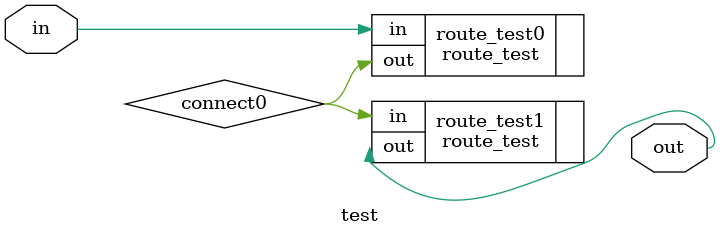
<source format=v>


module test (in, out);

input in;
output out;

wire connect0;

route_test route_test0 (.in(in), .out(connect0));
route_test route_test1 (.in(connect0), .out(out));

endmodule
</source>
